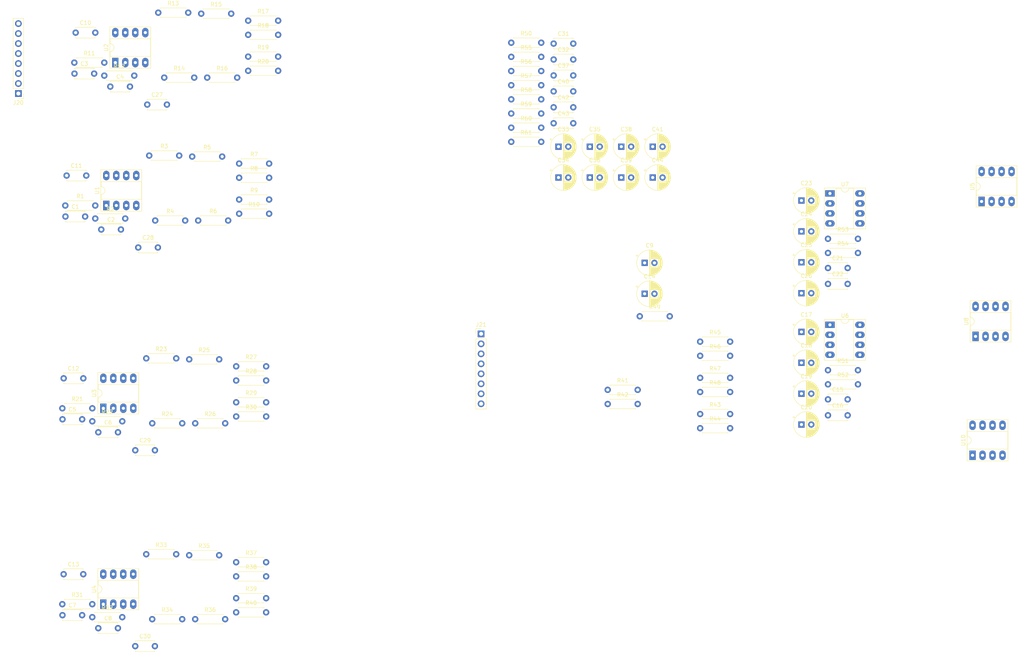
<source format=kicad_pcb>
(kicad_pcb (version 20221018) (generator pcbnew)
  (layers (0 "F.Cu" signal) (31 "B.Cu" signal) (34 "B.Paste" user) (35 "F.Paste" user) (36 "B.SilkS" user "B.Silkscreen") (37 "F.SilkS" user "F.Silkscreen") (38 "B.Mask" user) (39 "F.Mask" user) (44 "Edge.Cuts" user))
  (net 0 "")
  (net 1 "IN2")
  (net 2 "Net-(C1-Pad2)")
  (net 3 "Net-(U1--)")
  (net 4 "IN1")
  (net 5 "Net-(C3-Pad2)")
  (net 6 "Net-(U2--)")
  (net 7 "IN3")
  (net 8 "Net-(C5-Pad2)")
  (net 9 "Net-(U3--)")
  (net 10 "IN4")
  (net 11 "Net-(C7-Pad2)")
  (net 12 "Net-(U4--)")
  (net 13 "+12V")
  (net 14 "GND")
  (net 15 "-12V")
  (net 16 "E1LB")
  (net 17 "Net-(C15-Pad2)")
  (net 18 "E1RB")
  (net 19 "Net-(C16-Pad2)")
  (net 20 "Net-(C17-Pad2)")
  (net 21 "Net-(C18-Pad2)")
  (net 22 "E1SR")
  (net 23 "E1SL")
  (net 24 "E2LB")
  (net 25 "Net-(C21-Pad2)")
  (net 26 "E2RB")
  (net 27 "Net-(C22-Pad2)")
  (net 28 "Net-(C23-Pad2)")
  (net 29 "Net-(C24-Pad2)")
  (net 30 "E2SR")
  (net 31 "E2SL")
  (net 32 "LAB")
  (net 33 "HPOL")
  (net 34 "RAB")
  (net 35 "HPOR")
  (net 36 "Net-(C33-Pad2)")
  (net 37 "LLOUT")
  (net 38 "Net-(C35-Pad2)")
  (net 39 "RLOUT")
  (net 40 "Net-(U8-+)")
  (net 41 "Net-(C38-Pad2)")
  (net 42 "Net-(C39-Pad1)")
  (net 43 "HPHL")
  (net 44 "Net-(C40-Pad1)")
  (net 45 "Net-(U10-+)")
  (net 46 "Net-(C41-Pad2)")
  (net 47 "Net-(C43-Pad1)")
  (net 48 "Net-(C43-Pad2)")
  (net 49 "HPHR")
  (net 50 "C2E1")
  (net 51 "C2E2")
  (net 52 "C1E1")
  (net 53 "C1E2")
  (net 54 "C3E1")
  (net 55 "C3E2")
  (net 56 "C4E1")
  (net 57 "C4E2")
  (net 58 "E2RL")
  (net 59 "E2RR")
  (net 60 "E1RL")
  (net 61 "E1RR")
  (net 62 "SL2L")
  (net 63 "SL2R")
  (net 64 "SL1L")
  (net 65 "SL1R")
  (net 66 "Net-(R49-Pad2)")
  (net 67 "HPIL")
  (net 68 "HPIR")
  (net 91 "EFCH2")
  (net 92 "EFCH1")
  (net 93 "EFCH3")
  (net 94 "EFCH4")
  (net 95 "PAN2L")
  (net 96 "PAN2R")
  (net 97 "PAN1L")
  (net 98 "PAN1R")
  (net 99 "PAN3L")
  (net 100 "PAN3R")
  (net 101 "PAN4L")
  (net 102 "PAN4R")
  (footprint "Capacitor_THT:C_Disc_D4.7mm_W2.5mm_P5.00mm" (layer "F.Cu") (at 49.022 147.828)
    (fp_text reference "C29" (at 2.5 -2.5) (layer "F.SilkS"))
    (fp_text value "100nF")
    (pad "1" thru_hole circle (at 0 0) (size 1.6 1.6) (drill 0.8) (layers "*.Cu" "*.Mask") (net 15 "-12V"))
    (pad "2" thru_hole circle (at 5 0) (size 1.6 1.6) (drill 0.8) (layers "*.Cu" "*.Mask") (net 14 "GND"))
  )
  (footprint "Library:R_Axial_DIN0207_L6.3mm_D2.5mm_P7.62mm_Horizontal" (layer "F.Cu") (at 41.148 52.578)
    (fp_text reference "R12" (at 3.81 -2.37) (layer "F.SilkS"))
    (fp_text value "470K")
    (pad "1" thru_hole circle (at 0 0) (size 1.6 1.6) (drill 0.8) (layers "*.Cu" "*.Mask") (net 6 "Net-(U2--)"))
    (pad "2" thru_hole oval (at 7.62 0) (size 1.6 1.6) (drill 0.8) (layers "*.Cu" "*.Mask") (net 92 "EFCH1"))
  )
  (footprint "Library:R_Axial_DIN0207_L6.3mm_D2.5mm_P7.62mm_Horizontal" (layer "F.Cu") (at 51.806 174.254)
    (fp_text reference "R33" (at 3.81 -2.37) (layer "F.SilkS"))
    (fp_text value "120K")
    (pad "1" thru_hole circle (at 0 0) (size 1.6 1.6) (drill 0.8) (layers "*.Cu" "*.Mask") (net 94 "EFCH4"))
    (pad "2" thru_hole oval (at 7.62 0) (size 1.6 1.6) (drill 0.8) (layers "*.Cu" "*.Mask") (net 101 "PAN4L"))
  )
  (footprint "Capacitor_THT:C_Disc_D4.7mm_W2.5mm_P5.00mm" (layer "F.Cu") (at 31.566 77.988)
    (fp_text reference "C11" (at 2.5 -2.5) (layer "F.SilkS"))
    (fp_text value "100nF")
    (pad "1" thru_hole circle (at 0 0) (size 1.6 1.6) (drill 0.8) (layers "*.Cu" "*.Mask") (net 14 "GND"))
    (pad "2" thru_hole circle (at 5 0) (size 1.6 1.6) (drill 0.8) (layers "*.Cu" "*.Mask") (net 13 "+12V"))
  )
  (footprint "Capacitor_THT:C_Disc_D4.7mm_W2.5mm_P5.00mm" (layer "F.Cu") (at 39.624 143.256)
    (fp_text reference "C6" (at 2.5 -2.5) (layer "F.SilkS"))
    (fp_text value "10pF")
    (pad "1" thru_hole circle (at 0 0) (size 1.6 1.6) (drill 0.8) (layers "*.Cu" "*.Mask") (net 9 "Net-(U3--)"))
    (pad "2" thru_hole circle (at 5 0) (size 1.6 1.6) (drill 0.8) (layers "*.Cu" "*.Mask") (net 93 "EFCH3"))
  )
  (footprint "Library:R_Axial_DIN0207_L6.3mm_D2.5mm_P7.62mm_Horizontal" (layer "F.Cu") (at 192.624 129.413)
    (fp_text reference "R47" (at 3.81 -2.37) (layer "F.SilkS"))
    (fp_text value "150K")
    (pad "1" thru_hole circle (at 0 0) (size 1.6 1.6) (drill 0.8) (layers "*.Cu" "*.Mask") (net 64 "SL1L"))
    (pad "2" thru_hole oval (at 7.62 0) (size 1.6 1.6) (drill 0.8) (layers "*.Cu" "*.Mask") (net 32 "LAB"))
  )
  (footprint "Capacitor_THT:C_Disc_D4.7mm_W2.5mm_P5.00mm" (layer "F.Cu") (at 225.124 134.888)
    (fp_text reference "C15" (at 2.5 -2.5) (layer "F.SilkS"))
    (fp_text value "10pF")
    (pad "1" thru_hole circle (at 0 0) (size 1.6 1.6) (drill 0.8) (layers "*.Cu" "*.Mask") (net 16 "E1LB"))
    (pad "2" thru_hole circle (at 5 0) (size 1.6 1.6) (drill 0.8) (layers "*.Cu" "*.Mask") (net 17 "Net-(C15-Pad2)"))
  )
  (footprint "Package_DIP:DIP-8_W7.62mm_Socket_LongPads" (layer "F.Cu") (at 261.874 149.098 90)
    (fp_text reference "U10" (at 3.81 -2.33 90) (layer "F.SilkS"))
    (fp_text value "LM386")
    (pad "1" thru_hole rect (at 0 0 90) (size 2.4 1.6) (drill 0.8) (layers "*.Cu" "*.Mask"))
    (pad "2" thru_hole oval (at 0 2.54 90) (size 2.4 1.6) (drill 0.8) (layers "*.Cu" "*.Mask") (net 14 "GND"))
    (pad "3" thru_hole oval (at 0 5.08 90) (size 2.4 1.6) (drill 0.8) (layers "*.Cu" "*.Mask") (net 45 "Net-(U10-+)"))
    (pad "4" thru_hole oval (at 0 7.62 90) (size 2.4 1.6) (drill 0.8) (layers "*.Cu" "*.Mask") (net 14 "GND"))
    (pad "5" thru_hole oval (at 7.62 7.62 90) (size 2.4 1.6) (drill 0.8) (layers "*.Cu" "*.Mask") (net 48 "Net-(C43-Pad2)"))
    (pad "6" thru_hole oval (at 7.62 5.08 90) (size 2.4 1.6) (drill 0.8) (layers "*.Cu" "*.Mask") (net 13 "+12V"))
    (pad "7" thru_hole oval (at 7.62 2.54 90) (size 2.4 1.6) (drill 0.8) (layers "*.Cu" "*.Mask"))
    (pad "8" thru_hole oval (at 7.62 0 90) (size 2.4 1.6) (drill 0.8) (layers "*.Cu" "*.Mask"))
  )
  (footprint "Capacitor_THT:CP_Radial_D6.3mm_P2.50mm" (layer "F.Cu") (at 172.579723 78.488)
    (fp_text reference "C39" (at 1.25 -4.4) (layer "F.SilkS"))
    (fp_text value "220uF")
    (pad "1" thru_hole rect (at 0 0) (size 1.6 1.6) (drill 0.8) (layers "*.Cu" "*.Mask") (net 42 "Net-(C39-Pad1)"))
    (pad "2" thru_hole circle (at 2.5 0) (size 1.6 1.6) (drill 0.8) (layers "*.Cu" "*.Mask") (net 43 "HPHL"))
  )
  (footprint "Library:R_Axial_DIN0207_L6.3mm_D2.5mm_P7.62mm_Horizontal" (layer "F.Cu") (at 54.864 36.576)
    (fp_text reference "R13" (at 3.81 -2.37) (layer "F.SilkS"))
    (fp_text value "120K")
    (pad "1" thru_hole circle (at 0 0) (size 1.6 1.6) (drill 0.8) (layers "*.Cu" "*.Mask") (net 92 "EFCH1"))
    (pad "2" thru_hole oval (at 7.62 0) (size 1.6 1.6) (drill 0.8) (layers "*.Cu" "*.Mask") (net 97 "PAN1L"))
  )
  (footprint "Library:R_Axial_DIN0207_L6.3mm_D2.5mm_P7.62mm_Horizontal" (layer "F.Cu") (at 65.786 36.83)
    (fp_text reference "R15" (at 3.81 -2.37) (layer "F.SilkS"))
    (fp_text value "120K")
    (pad "1" thru_hole circle (at 0 0) (size 1.6 1.6) (drill 0.8) (layers "*.Cu" "*.Mask") (net 97 "PAN1L"))
    (pad "2" thru_hole oval (at 7.62 0) (size 1.6 1.6) (drill 0.8) (layers "*.Cu" "*.Mask") (net 32 "LAB"))
  )
  (footprint "Library:R_Axial_DIN0207_L6.3mm_D2.5mm_P7.62mm_Horizontal" (layer "F.Cu") (at 63.49 73.162)
    (fp_text reference "R5" (at 3.81 -2.37) (layer "F.SilkS"))
    (fp_text value "120K")
    (pad "1" thru_hole circle (at 0 0) (size 1.6 1.6) (drill 0.8) (layers "*.Cu" "*.Mask") (net 95 "PAN2L"))
    (pad "2" thru_hole oval (at 7.62 0) (size 1.6 1.6) (drill 0.8) (layers "*.Cu" "*.Mask") (net 32 "LAB"))
  )
  (footprint "Library:R_Axial_DIN0207_L6.3mm_D2.5mm_P7.62mm_Horizontal" (layer "F.Cu") (at 53.33 190.764)
    (fp_text reference "R34" (at 3.81 -2.37) (layer "F.SilkS"))
    (fp_text value "120K")
    (pad "1" thru_hole circle (at 0 0) (size 1.6 1.6) (drill 0.8) (layers "*.Cu" "*.Mask") (net 94 "EFCH4"))
    (pad "2" thru_hole oval (at 7.62 0) (size 1.6 1.6) (drill 0.8) (layers "*.Cu" "*.Mask") (net 102 "PAN4R"))
  )
  (footprint "Capacitor_THT:CP_Radial_D6.3mm_P2.50mm" (layer "F.Cu") (at 218.379241 107.888)
    (fp_text reference "C26" (at 1.25 -4.4) (layer "F.SilkS"))
    (fp_text value "47uF")
    (pad "1" thru_hole rect (at 0 0) (size 1.6 1.6) (drill 0.8) (layers "*.Cu" "*.Mask") (net 31 "E2SL"))
    (pad "2" thru_hole circle (at 2.5 0) (size 1.6 1.6) (drill 0.8) (layers "*.Cu" "*.Mask") (net 29 "Net-(C24-Pad2)"))
  )
  (footprint "Capacitor_THT:C_Disc_D4.7mm_W2.5mm_P5.00mm" (layer "F.Cu") (at 155.374 56.588)
    (fp_text reference "C40" (at 2.5 -2.5) (layer "F.SilkS"))
    (fp_text value "47nF")
    (pad "1" thru_hole circle (at 0 0) (size 1.6 1.6) (drill 0.8) (layers "*.Cu" "*.Mask") (net 44 "Net-(C40-Pad1)"))
    (pad "2" thru_hole circle (at 5 0) (size 1.6 1.6) (drill 0.8) (layers "*.Cu" "*.Mask") (net 42 "Net-(C39-Pad1)"))
  )
  (footprint "Capacitor_THT:CP_Radial_D6.3mm_P2.50mm" (layer "F.Cu") (at 218.379241 125.588)
    (fp_text reference "C18" (at 1.25 -4.4) (layer "F.SilkS"))
    (fp_text value "47uF")
    (pad "1" thru_hole rect (at 0 0) (size 1.6 1.6) (drill 0.8) (layers "*.Cu" "*.Mask") (net 17 "Net-(C15-Pad2)"))
    (pad "2" thru_hole circle (at 2.5 0) (size 1.6 1.6) (drill 0.8) (layers "*.Cu" "*.Mask") (net 21 "Net-(C18-Pad2)"))
  )
  (footprint "Library:R_Axial_DIN0207_L6.3mm_D2.5mm_P7.62mm_Horizontal" (layer "F.Cu") (at 75.428 84.084)
    (fp_text reference "R9" (at 3.81 -2.37) (layer "F.SilkS"))
    (fp_text value "20K")
    (pad "1" thru_hole circle (at 0 0) (size 1.6 1.6) (drill 0.8) (layers "*.Cu" "*.Mask") (net 51 "C2E2"))
    (pad "2" thru_hole oval (at 7.62 0) (size 1.6 1.6) (drill 0.8) (layers "*.Cu" "*.Mask") (net 24 "E2LB"))
  )
  (footprint "Library:R_Axial_DIN0207_L6.3mm_D2.5mm_P7.62mm_Horizontal" (layer "F.Cu") (at 74.666 185.43)
    (fp_text reference "R39" (at 3.81 -2.37) (layer "F.SilkS"))
    (fp_text value "20K")
    (pad "1" thru_hole circle (at 0 0) (size 1.6 1.6) (drill 0.8) (layers "*.Cu" "*.Mask") (net 57 "C4E2"))
    (pad "2" thru_hole oval (at 7.62 0) (size 1.6 1.6) (drill 0.8) (layers "*.Cu" "*.Mask") (net 24 "E2LB"))
  )
  (footprint "Library:R_Axial_DIN0207_L6.3mm_D2.5mm_P7.62mm_Horizontal" (layer "F.Cu") (at 74.666 189.03)
    (fp_text reference "R40" (at 3.81 -2.37) (layer "F.SilkS"))
    (fp_text value "20K")
    (pad "1" thru_hole circle (at 0 0) (size 1.6 1.6) (drill 0.8) (layers "*.Cu" "*.Mask") (net 57 "C4E2"))
    (pad "2" thru_hole oval (at 7.62 0) (size 1.6 1.6) (drill 0.8) (layers "*.Cu" "*.Mask") (net 26 "E2RB"))
  )
  (footprint "Capacitor_THT:CP_Radial_D6.3mm_P2.50mm" (layer "F.Cu") (at 178.509241 108.038)
    (fp_text reference "C14" (at 1.25 -4.4) (layer "F.SilkS"))
    (fp_text value "10uF")
    (pad "1" thru_hole rect (at 0 0) (size 1.6 1.6) (drill 0.8) (layers "*.Cu" "*.Mask") (net 14 "GND"))
    (pad "2" thru_hole circle (at 2.5 0) (size 1.6 1.6) (drill 0.8) (layers "*.Cu" "*.Mask") (net 15 "-12V"))
  )
  (footprint "Library:R_Axial_DIN0207_L6.3mm_D2.5mm_P7.62mm_Horizontal" (layer "F.Cu") (at 225.124 131.063)
    (fp_text reference "R52" (at 3.81 -2.37) (layer "F.SilkS"))
    (fp_text value "15K")
    (pad "1" thru_hole circle (at 0 0) (size 1.6 1.6) (drill 0.8) (layers "*.Cu" "*.Mask") (net 18 "E1RB"))
    (pad "2" thru_hole oval (at 7.62 0) (size 1.6 1.6) (drill 0.8) (layers "*.Cu" "*.Mask") (net 19 "Net-(C16-Pad2)"))
  )
  (footprint "Package_DIP:DIP-8_W7.62mm_Socket_LongPads" (layer "F.Cu") (at 41.656 85.598 90)
    (fp_text reference "U1" (at 3.81 -2.33 90) (layer "F.SilkS"))
    (fp_text value "TL071")
    (pad "1" thru_hole rect (at 0 0 90) (size 2.4 1.6) (drill 0.8) (layers "*.Cu" "*.Mask"))
    (pad "2" thru_hole oval (at 0 2.54 90) (size 2.4 1.6) (drill 0.8) (layers "*.Cu" "*.Mask") (net 3 "Net-(U1--)"))
    (pad "3" thru_hole oval (at 0 5.08 90) (size 2.4 1.6) (drill 0.8) (layers "*.Cu" "*.Mask") (net 14 "GND"))
    (pad "4" thru_hole oval (at 0 7.62 90) (size 2.4 1.6) (drill 0.8) (layers "*.Cu" "*.Mask") (net 15 "-12V"))
    (pad "5" thru_hole oval (at 7.62 7.62 90) (size 2.4 1.6) (drill 0.8) (layers "*.Cu" "*.Mask"))
    (pad "6" thru_hole oval (at 7.62 5.08 90) (size 2.4 1.6) (drill 0.8) (layers "*.Cu" "*.Mask") (net 91 "EFCH2"))
    (pad "7" thru_hole oval (at 7.62 2.54 90) (size 2.4 1.6) (drill 0.8) (layers "*.Cu" "*.Mask") (net 13 "+12V"))
    (pad "8" thru_hole oval (at 7.62 0 90) (size 2.4 1.6) (drill 0.8) (layers "*.Cu" "*.Mask"))
  )
  (footprint "Library:R_Axial_DIN0207_L6.3mm_D2.5mm_P7.62mm_Horizontal" (layer "F.Cu") (at 38.852 88.91)
    (fp_text reference "R2" (at 3.81 -2.37) (layer "F.SilkS"))
    (fp_text value "470K")
    (pad "1" thru_hole circle (at 0 0) (size 1.6 1.6) (drill 0.8) (layers "*.Cu" "*.Mask") (net 3 "Net-(U1--)"))
    (pad "2" thru_hole oval (at 7.62 0) (size 1.6 1.6) (drill 0.8) (layers "*.Cu" "*.Mask") (net 91 "EFCH2"))
  )
  (footprint "Capacitor_THT:CP_Radial_D6.3mm_P2.50mm" (layer "F.Cu") (at 156.609241 70.638)
    (fp_text reference "C33" (at 1.25 -4.4) (layer "F.SilkS"))
    (fp_text value "47uF")
    (pad "1" thru_hole rect (at 0 0) (size 1.6 1.6) (drill 0.8) (layers "*.Cu" "*.Mask") (net 33 "HPOL"))
    (pad "2" thru_hole circle (at 2.5 0) (size 1.6 1.6) (drill 0.8) (layers "*.Cu" "*.Mask") (net 36 "Net-(C33-Pad2)"))
  )
  (footprint "Package_DIP:DIP-8_W7.62mm_Socket_LongPads" (layer "F.Cu") (at 262.636 118.872 90)
    (fp_text reference "U8" (at 3.81 -2.33 90) (layer "F.SilkS"))
    (fp_text value "LM386")
    (pad "1" thru_hole rect (at 0 0 90) (size 2.4 1.6) (drill 0.8) (layers "*.Cu" "*.Mask"))
    (pad "2" thru_hole oval (at 0 2.54 90) (size 2.4 1.6) (drill 0.8) (layers "*.Cu" "*.Mask") (net 14 "GND"))
    (pad "3" thru_hole oval (at 0 5.08 90) (size 2.4 1.6) (drill 0.8) (layers "*.Cu" "*.Mask") (net 40 "Net-(U8-+)"))
    (pad "4" thru_hole oval (at 0 7.62 90) (size 2.4 1.6) (drill 0.8) (layers "*.Cu" "*.Mask") (net 14 "GND"))
    (pad "5" thru_hole oval (at 7.62 7.62 90) (size 2.4 1.6) (drill 0.8) (layers "*.Cu" "*.Mask") (net 42 "Net-(C39-Pad1)"))
    (pad "6" thru_hole oval (at 7.62 5.08 90) (size 2.4 1.6) (drill 0.8) (layers "*.Cu" "*.Mask") (net 13 "+12V"))
    (pad "7" thru_hole oval (at 7.62 2.54 90) (size 2.4 1.6) (drill 0.8) (layers "*.Cu" "*.Mask"))
    (pad "8" thru_hole oval (at 7.62 0 90) (size 2.4 1.6) (drill 0.8) (layers "*.Cu" "*.Mask"))
  )
  (footprint "Library:R_Axial_DIN0207_L6.3mm_D2.5mm_P7.62mm_Horizontal" (layer "F.Cu") (at 225.124 127.463)
    (fp_text reference "R51" (at 3.81 -2.37) (layer "F.SilkS"))
    (fp_text value "15K")
    (pad "1" thru_hole circle (at 0 0) (size 1.6 1.6) (drill 0.8) (layers "*.Cu" "*.Mask") (net 16 "E1LB"))
    (pad "2" thru_hole oval (at 7.62 0) (size 1.6 1.6) (drill 0.8) (layers "*.Cu" "*.Mask") (net 17 "Net-(C15-Pad2)"))
  )
  (footprint "Library:R_Axial_DIN0207_L6.3mm_D2.5mm_P7.62mm_Horizontal" (layer "F.Cu") (at 144.604 62.213)
    (fp_text reference "R59" (at 3.81 -2.37) (layer "F.SilkS"))
    (fp_text value "4.7K")
    (pad "1" thru_hole circle (at 0 0) (size 1.6 1.6) (drill 0.8) (layers "*.Cu" "*.Mask") (net 14 "GND"))
    (pad "2" thru_hole oval (at 7.62 0) (size 1.6 1.6) (drill 0.8) (layers "*.Cu" "*.Mask") (net 46 "Net-(C41-Pad2)"))
  )
  (footprint "Package_DIP:DIP-8_W7.62mm_Socket_LongPads" (layer "F.Cu") (at 43.952 49.266 90)
    (fp_text reference "U2" (at 3.81 -2.33 90) (layer "F.SilkS"))
    (fp_text value "TL071")
    (pad "1" thru_hole rect (at 0 0 90) (size 2.4 1.6) (drill 0.8) (layers "*.Cu" "*.Mask"))
    (pad "2" thru_hole oval (at 0 2.54 90) (size 2.4 1.6) (drill 0.8) (layers "*.Cu" "*.Mask") (net 6 "Net-(U2--)"))
    (pad "3" thru_hole oval (at 0 5.08 90) (size 2.4 1.6) (drill 0.8) (layers "*.Cu" "*.Mask") (net 14 "GND"))
    (pad "4" thru_hole oval (at 0 7.62 90) (size 2.4 1.6) (drill 0.8) (layers "*.Cu" "*.Mask") (net 15 "-12V"))
    (pad "5" thru_hole oval (at 7.62 7.62 90) (size 2.4 1.6) (drill 0.8) (layers "*.Cu" "*.Mask"))
    (pad "6" thru_hole oval (at 7.62 5.08 90) (size 2.4 1.6) (drill 0.8) (layers "*.Cu" "*.Mask") (net 92 "EFCH1"))
    (pad "7" thru_hole oval (at 7.62 2.54 90) (size 2.4 1.6) (drill 0.8) (layers "*.Cu" "*.Mask") (net 13 "+12V"))
    (pad "8" thru_hole oval (at 7.62 0 90) (size 2.4 1.6) (drill 0.8) (layers "*.Cu" "*.Mask"))
  )
  (footprint "Capacitor_THT:C_Disc_D4.7mm_W2.5mm_P5.00mm" (layer "F.Cu") (at 30.814 129.54)
    (fp_text reference "C12" (at 2.5 -2.5) (layer "F.SilkS"))
    (fp_text value "100nF")
    (pad "1" thru_hole circle (at 0 0) (size 1.6 1.6) (drill 0.8) (layers "*.Cu" "*.Mask") (net 14 "GND"))
    (pad "2" thru_hole circle (at 5 0) (size 1.6 1.6) (drill 0.8) (layers "*.Cu" "*.Mask") (net 13 "+12V"))
  )
  (footprint "Capacitor_THT:C_Disc_D4.7mm_W2.5mm_P5.00mm" (layer "F.Cu") (at 42.672 55.372)
    (fp_text reference "C4" (at 2.5 -2.5) (layer "F.SilkS"))
    (fp_text value "10pF")
    (pad "1" thru_hole circle (at 0 0) (size 1.6 1.6) (drill 0.8) (layers "*.Cu" "*.Mask") (net 6 "Net-(U2--)"))
    (pad "2" thru_hole circle (at 5 0) (size 1.6 1.6) (drill 0.8) (layers "*.Cu" "*.Mask") (net 92 "EFCH1"))
  )
  (footprint "Package_DIP:DIP-8_W7.62mm_Socket_LongPads" (layer "F.Cu") (at 40.894 186.944 90)
    (fp_text reference "U4" (at 3.81 -2.33 90) (layer "F.SilkS"))
    (fp_text value "TL071")
    (pad "1" thru_hole rect (at 0 0 90) (size 2.4 1.6) (drill 0.8) (layers "*.Cu" "*.Mask"))
    (pad "2" thru_hole oval (at 0 2.54 90) (size 2.4 1.6) (drill 0.8) (layers "*.Cu" "*.Mask") (net 12 "Net-(U4--)"))
    (pad "3" thru_hole oval (at 0 5.08 90) (size 2.4 1.6) (drill 0.8) (layers "*.Cu" "*.Mask") (net 14 "GND"))
    (pad "4" thru_hole oval (at 0 7.62 90) (size 2.4 1.6) (drill 0.8) (layers "*.Cu" "*.Mask") (net 15 "-12V"))
    (pad "5" thru_hole oval (at 7.62 7.62 90) (size 2.4 1.6) (drill 0.8) (layers "*.Cu" "*.Mask"))
    (pad "6" thru_hole oval (at 7.62 5.08 90) (size 2.4 1.6) (drill 0.8) (layers "*.Cu" "*.Mask") (net 94 "EFCH4"))
    (pad "7" thru_hole oval (at 7.62 2.54 90) (size 2.4 1.6) (drill 0.8) (layers "*.Cu" "*.Mask") (net 13 "+12V"))
    (pad "8" thru_hole oval (at 7.62 0 90) (size 2.4 1.6) (drill 0.8) (layers "*.Cu" "*.Mask"))
  )
  (footprint "Library:R_Axial_DIN0207_L6.3mm_D2.5mm_P7.62mm_Horizontal" (layer "F.Cu") (at 31.232 85.608)
    (fp_text reference "R1" (at 3.81 -2.37) (layer "F.SilkS"))
    (fp_text value "47K")
    (pad "1" thru_hole circle (at 0 0) (size 1.6 1.6) (drill 0.8) (layers "*.Cu" "*.Mask") (net 2 "Net-(C1-Pad2)"))
    (pad "2" thru_hole oval (at 7.62 0) (size 1.6 1.6) (drill 0.8) (layers "*.Cu" "*.Mask") (net 3 "Net-(U1--)"))
  )
  (footprint "Connector_PinHeader_2.54mm:PinHeader_1x08_P2.54mm_Vertical" (layer "F.Cu") (at 19.304 57.135 180)
    (fp_text reference "J20" (at 0 -2.33) (layer "F.SilkS"))
    (fp_text value "Conn_01x08")
    (pad "1" thru_hole rect (at 0 0 180) (size 1.7 1.7) (drill 1) (layers "*.Cu" "*.Mask") (net 1 "IN2"))
    (pad "2" thru_hole oval (at 0 2.54 180) (size 1.7 1.7) (drill 1) (layers "*.Cu" "*.Mask") (net 91 "EFCH2"))
    (pad "3" thru_hole oval (at 0 5.08 180) (size 1.7 1.7) (drill 1) (layers "*.Cu" "*.Mask") (net 96 "PAN2R"))
    (pad "4" thru_hole oval (at 0 7.62 180) (size 1.7 1.7) (drill 1) (layers "*.Cu" "*.Mask") (net 95 "PAN2L"))
    (pad "5" thru_hole oval (at 0 10.16 180) (size 1.7 1.7) (drill 1) (layers "*.Cu" "*.Mask") (net 4 "IN1"))
    (pad "6" thru_hole oval (at 0 12.7 180) (size 1.7 1.7) (drill 1) (layers "*.Cu" "*.Mask") (net 92 "EFCH1"))
    (pad "7" thru_hole oval (at 0 15.24 180) (size 1.7 1.7) (drill 1) (layers "*.Cu" "*.Mask") (net 98 "PAN1R"))
    (pad "8" thru_hole oval (at 0 17.78 180) (size 1.7 1.7) (drill 1) (layers "*.Cu" "*.Mask") (net 97 "PAN1L"))
  )
  (footprint "Library:R_Axial_DIN0207_L6.3mm_D2.5mm_P7.62mm_Horizontal" (layer "F.Cu") (at 74.676 126.492)
    (fp_text reference "R27" (at 3.81 -2.37) (layer "F.SilkS"))
    (fp_text value "20K")
    (pad "1" thru_hole circle (at 0 0) (size 1.6 1.6) (drill 0.8) (layers "*.Cu" "*.Mask") (net 54 "C3E1"))
    (pad "2" thru_hole oval (at 7.62 0) (size 1.6 1.6) (drill 0.8) (layers "*.Cu" "*.Mask") (net 16 "E1LB"))
  )
  (footprint "Library:R_Axial_DIN0207_L6.3mm_D2.5mm_P7.62mm_Horizontal" (layer "F.Cu") (at 54.092 89.418)
    (fp_text reference "R4" (at 3.81 -2.37) (layer "F.SilkS"))
    (fp_text value "120K")
    (pad "1" thru_hole circle (at 0 0) (size 1.6 1.6) (drill 0.8) (layers "*.Cu" "*.Mask") (net 91 "EFCH2"))
    (pad "2" thru_hole oval (at 7.62 0) (size 1.6 1.6) (drill 0.8) (layers "*.Cu" "*.Mask") (net 96 "PAN2R"))
  )
  (footprint "Library:R_Axial_DIN0207_L6.3mm_D2.5mm_P7.62mm_Horizontal" (layer "F.Cu") (at 77.724 38.608)
    (fp_text reference "R17" (at 3.81 -2.37) (layer "F.SilkS"))
    (fp_text value "20K")
    (pad "1" thru_hole circle (at 0 0) (size 1.6 1.6) (drill 0.8) (layers "*.Cu" "*.Mask") (net 52 "C1E1"))
    (pad "2" thru_hole oval (at 7.62 0) (size 1.6 1.6) (drill 0.8) (layers "*.Cu" "*.Mask") (net 16 "E1LB"))
  )
  (footprint "Capacitor_THT:C_Disc_D4.7mm_W2.5mm_P5.00mm" (layer "F.Cu") (at 225.124 138.938)
    (fp_text reference "C16" (at 2.5 -2.5) (layer "F.SilkS"))
    (fp_text value "10pF")
    (pad "1" thru_hole circle (at 0 0) (size 1.6 1.6) (drill 0.8) (layers "*.Cu" "*.Mask") (net 18 "E1RB"))
    (pad "2" thru_hole circle (at 5 0) (size 1.6 1.6) (drill 0.8) (layers "*.Cu" "*.Mask") (net 19 "Net-(C16-Pad2)"))
  )
  (footprint "Capacitor_THT:C_Disc_D4.7mm_W2.5mm_P5.00mm" (layer "F.Cu") (at 39.614 193.05)
    (fp_text reference "C8" (at 2.5 -2.5) (layer "F.SilkS"))
    (fp_text value "10pF")
    (pad "1" thru_hole circle (at 0 0) (size 1.6 1.6) (drill 0.8) (layers "*.Cu" "*.Mask") (net 12 "Net-(U4--)"))
    (pad "2" thru_hole circle (at 5 0) (size 1.6 1.6) (drill 0.8) (layers "*.Cu" "*.Mask") (net 94 "EFCH4"))
  )
  (footprint "Capacitor_THT:C_Disc_D4.7mm_W2.5mm_P5.00mm" (layer "F.Cu") (at 49.012 197.622)
    (fp_text reference "C30" (at 2.5 -2.5) (layer "F.SilkS"))
    (fp_text value "100nF")
    (pad "1" thru_hole circle (at 0 0) (size 1.6 1.6) (drill 0.8) (layers "*.Cu" "*.Mask") (net 15 "-12V"))
    (pad "2" thru_hole circle (at 5 0) (size 1.6 1.6) (drill 0.8) (layers "*.Cu" "*.Mask") (net 14 "GND"))
  )
  (footprint "Package_DIP:DIP-8_W7.62mm_Socket_LongPads" (layer "F.Cu") (at 225.624 115.938)
    (fp_text reference "U6" (at 3.81 -2.33) (layer "F.SilkS"))
    (fp_text value "TL072")
    (pad "1" thru_hole rect (at 0 0) (size 2.4 1.6) (drill 0.8) (layers "*.Cu" "*.Mask") (net 17 "Net-(C15-Pad2)"))
    (pad "2" thru_hole oval (at 0 2.54) (size 2.4 1.6) (drill 0.8) (layers "*.Cu" "*.Mask") (net 16 "E1LB"))
    (pad "3" thru_hole oval (at 0 5.08) (size 2.4 1.6) (drill 0.8) (layers "*.Cu" "*.Mask") (net 14 "GND"))
    (pad "4" thru_hole oval (at 0 7.62) (size 2.4 1.6) (drill 0.8) (layers "*.Cu" "*.Mask"))
    (pad "5" thru_hole oval (at 7.62 7.62) (size 2.4 1.6) (drill 0.8) (layers "*.Cu" "*.Mask") (net 14 "GND"))
    (pad "6" thru_hole oval (at 7.62 5.08) (size 2.4 1.6) (drill 0.8) (layers "*.Cu" "*.Mask") (net 18 "E1RB"))
    (pad "7" thru_hole oval (at 7.62 2.54) (size 2.4 1.6) (drill 0.8) (layers "*.Cu" "*.Mask") (net 19 "Net-(C16-Pad2)"))
    (pad "8" thru_hole oval (at 7.62 0) (size 2.4 1.6) (drill 0.8) (layers "*.Cu" "*.Mask"))
  )
  (footprint "Capacitor_THT:C_Disc_D4.7mm_W2.5mm_P5.00mm" (layer "F.Cu") (at 49.774 96.276)
    (fp_text reference "C28" (at 2.5 -2.5) (layer "F.SilkS"))
    (fp_text value "100nF")
    (pad "1" thru_hole circle (at 0 0) (size 1.6 1.6) (drill 0.8) (layers "*.Cu" "*.Mask") (net 15 "-12V"))
    (pad "2" thru_hole circle (at 5 0) (size 1.6 1.6) (drill 0.8) (layers "*.Cu" "*.Mask") (net 14 "GND"))
  )
  (footprint "Capacitor_THT:CP_Radial_D6.3mm_P2.50mm" (layer "F.Cu") (at 164.594482 78.488)
    (fp_text reference "C36" (at 1.25 -4.4) (layer "F.SilkS"))
    (fp_text value "47uF")
    (pad "1" thru_hole rect (at 0 0) (size 1.6 1.6) (drill 0.8) (layers "*.Cu" "*.Mask") (net 39 "RLOUT"))
    (pad "2" thru_hole circle (at 2.5 0) (size 1.6 1.6) (drill 0.8) (layers "*.Cu" "*.Mask") (net 38 "Net-(C35-Pad2)"))
  )
  (footprint "Capacitor_THT:C_Disc_D4.7mm_W2.5mm_P5.00mm" (layer "F.Cu") (at 31.272 88.402)
    (fp_text reference "C1" (at 2.5 -2.5) (layer "F.SilkS"))
    (fp_text value "100nF")
    (pad "1" thru_hole circle (at 0 0) (size 1.6 1.6) (drill 0.8) (layers "*.Cu" "*.Mask") (net 1 "IN2"))
    (pad "2" thru_hole circle (at 5 0) (size 1.6 1.6) (drill 0.8) (layers "*.Cu" "*.Mask") (net 2 "Net-(C1-Pad2)"))
  )
  (footprint "Capacitor_THT:C_Disc_D4.7mm_W2.5mm_P5.00mm" (layer "F.Cu") (at 40.376 91.704)
    (fp_text reference "C2" (at 2.5 -2.5) (layer "F.SilkS"))
    (fp_text value "10pF")
    (pad "1" thru_hole circle (at 0 0) (size 1.6 1.6) (drill 0.8) (layers "*.Cu" "*.Mask") (net 3 "Net-(U1--)"))
    (pad "2" thru_hole circle (at 5 0) (size 1.6 1.6) (drill 0.8) (layers "*.Cu" "*.Mask") (net 91 "EFCH2"))
  )
  (footprint "Library:R_Axial_DIN0207_L6.3mm_D2.5mm_P7.62mm_Horizontal" (layer "F.Cu") (at 56.388 53.086)
    (fp_text reference "R14" (at 3.81 -2.37) (layer "F.SilkS"))
    (fp_text value "120K")
    (pad "1" thru_hole circle (at 0 0) (size 1.6 1.6) (drill 0.8) (layers "*.Cu" "*.Mask") (net 92 "EFCH1"))
    (pad "2" thru_hole oval (at 7.62 0) (size 1.6 1.6) (drill 0.8) (layers "*.Cu" "*.Mask") (net 98 "PAN1R"))
  )
  (footprint "Library:R_Axial_DIN0207_L6.3mm_D2.5mm_P7.62mm_Horizontal" (layer "F.Cu") (at 64.252 190.764)
    (fp_text reference "R36" (at 3.81 -2.37) (layer "F.SilkS"))
    (fp_text value "120K")
    (pad "1" thru_hole circle (at 0 0) (size 1.6 1.6) (drill 0.8) (layers "*.Cu" "*.Mask") (net 102 "PAN4R"))
    (pad "2" thru_hole oval (at 7.62 0) (size 1.6 1.6) (drill 0.8) (layers "*.Cu" "*.Mask") (net 34 "RAB"))
  )
  (footprint "Capacitor_THT:CP_Radial_D6.3mm_P2.50mm" (layer "F.Cu") (at 180.564964 78.488)
    (fp_text reference "C44" (at 1.25 -4.4) (layer "F.SilkS"))
    (fp_text value "220uF")
    (pad "1" thru_hole rect (at 0 0) (size 1.6 1.6) (drill 0.8) (layers "*.Cu" "*.Mask") (net 48 "Net-(C43-Pad2)"))
    (pad "2" thru_hole circle (at 2.5 0) (size 1.6 1.6) (drill 0.8) (layers "*.Cu" "*.Mask") (net 49 "HPHR"))
  )
  (footprint "Capacitor_THT:C_Disc_D4.7mm_W2.5mm_P5.00mm" (layer "F.Cu") (at 52.07 59.944)
    (fp_text reference "C27" (at 2.5 -2.5) (layer "F.SilkS"))
    (fp_text value "100nF")
    (pad "1" thru_hole circle (at 0 0) (size 1.6 1.6) (drill 0.8) (layers "*.Cu" "*.Mask") (net 15 "-12V"))
    (pad "2" thru_hole circle (at 5 0) (size 1.6 1.6) (drill 0.8) (layers "*.Cu" "*.Mask") (net 14 "GND"))
  )
  (footprint "Library:R_Axial_DIN0207_L6.3mm_D2.5mm_P7.62mm_Horizontal" (layer "F.Cu") (at 64.262 140.97)
    (fp_text reference "R26" (at 3.81 -2.37) (layer "F.SilkS"))
    (fp_text value "120K")
    (pad "1" thru_hole circle (at 0 0) (size 1.6 1.6) (drill 0.8) (layers "*.Cu" "*.Mask") (net 100 "PAN3R"))
    (pad "2" thru_hole oval (at 7.62 0) (size 1.6 1.6) (drill 0.8) (layers "*.Cu" "*.Mask") (net 34 "RAB"))
  )
  (footprint "Library:R_Axial_DIN0207_L6.3mm_D2.5mm_P7.62mm_Horizontal" (layer "F.Cu") (at 30.48 137.16)
    (fp_text reference "R21" (at 3.81 -2.37) (layer "F.SilkS"))
    (fp_text value "47K")
    (pad "1" thru_hole circle (at 0 0) (size 1.6 1.6) (drill 0.8) (layers "*.Cu" "*.Mask") (net 8 "Net-(C5-Pad2)"))
    (pad "2" thru_hole oval (at 7.62 0) (size 1.6 1.6) (drill 0.8) (layers "*.Cu" "*.Mask") (net 9 "Net-(U3--)"))
  )
  (footprint "Capacitor_THT:CP_Radial_D6.3mm_P2.50mm" (layer "F.Cu") (at 218.379241 117.738)
    (fp_text reference "C17" (at 1.25 -4.4) (layer "F.SilkS"))
    (fp_text value "47uF")
    (pad "1" thru_hole rect (at 0 0) (size 1.6 1.6) (drill 0.8) (layers "*.Cu" "*.Mask") (net 19 "Net-(C16-Pad2)"))
    (pad "2" thru_hole circle (at 2.5 0) (size 1.6 1.6) (drill 0.8) (layers "*.Cu" "*.Mask") (net 20 "Net-(C17-Pad2)"))
  )
  (footprint "Capacitor_THT:CP_Radial_D6.3mm_P2.50mm" (layer "F.Cu") (at 218.379241 141.288)
    (fp_text reference "C20" (at 1.25 -4.4) (layer "F.SilkS"))
    (fp_text value "47uF")
    (pad "1" thru_hole rect (at 0 0) (size 1.6 1.6) (drill 0.8) (layers "*.Cu" "*.Mask") (net 23 "E1SL"))
    (pad "2" thru_hole circle (at 2.5 0) (size 1.6 1.6) (drill 0.8) (layers "*.Cu" "*.Mask") (net 21 "Net-(C18-Pad2)"))
  )
  (footprint "Capacitor_THT:CP_Radial_D6.3mm_P2.50mm" (layer "F.Cu") (at 178.509241 100.188)
    (fp_text reference "C9" (at 1.25 -4.4) (layer "F.SilkS"))
    (fp_text value "10uF")
    (pad "1" thru_hole rect (at 0 0) (size 1.6 1.6) (drill 0.8) (layers "*.Cu" "*.Mask") (net 13 "+12V"))
    (pad "2" thru_hole circle (at 2.5 0) (size 1.6 1.6) (drill 0.8) (layers "*.Cu" "*.Mask") (net 14 "GND"))
  )
  (footprint "Library:R_Axial_DIN0207_L6.3mm_D2.5mm_P7.62mm_Horizontal" (layer "F.Cu") (at 38.1 140.462)
    (fp_text reference "R22" (at 3.81 -2.37) (layer "F.SilkS"))
    (fp_text value "470K")
    (pad "1" thru_hole circle (at 0 0) (size 1.6 1.6) (drill 0.8) (layers "*.Cu" "*.Mask") (net 9 "Net-(U3--)"))
    (pad "2" thru_hole oval (at 7.62 0) (size 1.6 1.6) (drill 0.8) (layers "*.Cu" "*.Mask") (net 93 "EFCH3"))
  )
  (footprint "Library:R_Axial_DIN0207_L6.3mm_D2.5mm_P7.62mm_Horizontal" (layer "F.Cu") (at 144.604 47.813)
    (fp_text reference "R55" (at 3.81 -2.37) (layer "F.SilkS"))
    (fp_text value "300K")
    (pad "1" thru_hole circle (at 0 0) (size 1.6 1.6) (drill 0.8) (layers "*.Cu" "*.Mask") (net 34 "RAB"))
    (pad "2" thru_hole oval (at 7.62 0) (size 1.6 1.6) (drill 0.8) (layers "*.Cu" "*.Mask") (net 35 "HPOR"))
  )
  (footprint "Capacitor_THT:CP_Radial_D6.3mm_P2.50mm" (layer "F.Cu") (at 164.594482 70.638)
    (fp_text reference "C35" (at 1.25 -4.4) (layer "F.SilkS"))
    (fp_text value "47uF")
    (pad "1" thru_hole rect (at 0 0) (size 1.6 1.6) (drill 0.8) (layers "*.Cu" "*.Mask") (net 35 "HPOR"))
    (pad "2" thru_hole circle (at 2.5 0) (size 1.6 1.6) (drill 0.8) (layers "*.Cu" "*.Mask") (net 38 "Net-(C35-Pad2)"))
  )
  (footprint "Library:R_Axial_DIN0207_L6.3mm_D2.5mm_P7.62mm_Horizontal" (layer "F.Cu") (at 53.34 140.97)
    (fp_text reference "R24" (at 3.81 -2.37) (layer "F.SilkS"))
    (fp_text value "120K")
    (pad "1" thru_hole circle (at 0 0) (size 1.6 1.6) (drill 0.8) (layers "*.Cu" "*.Mask") (net 93 "EFCH3"))
    (pad "2" thru_hole oval (at 7.62 0) (size 1.6 1.6) (drill 0.8) (layers "*.Cu" "*.Mask") (net 100 "PAN3R"))
  )
  (footprint "Library:R_Axial_DIN0207_L6.3mm_D2.5mm_P7.62mm_Horizontal" (layer "F.Cu") (at 51.816 124.46)
    (fp_text reference "R23" (at 3.81 -2.37) (layer "F.SilkS"))
    (fp_text value "120K")
    (pad "1" thru_hole circle (at 0 0) (size 1.6 1.6) (drill 0.8) (layers "*.Cu" "*.Mask") (net 93 "EFCH3"))
    (pad "2" thru_hole oval (at 7.62 0) (size 1.6 1.6) (drill 0.8) (layers "*.Cu" "*.Mask") (net 99 "PAN3L"))
  )
  (footprint "Library:R_Axial_DIN0207_L6.3mm_D2.5mm_P7.62mm_Horizontal" (layer "F.Cu") (at 225.124 97.663)
    (fp_text reference "R54" (at 3.81 -2.37) (layer "F.SilkS"))
    (fp_text value "15K")
    (pad "1" thru_hole circle (at 0 0) (size 1.6 1.6) (drill 0.8) (layers "*.Cu" "*.Mask") (net 26 "E2RB"))
    (pad "2" thru_hole oval (at 7.62 0) (size 1.6 1.6) (drill 0.8) (layers "*.Cu" "*.Mask") (net 27 "Net-(C22-Pad2)"))
  )
  (footprint "Capacitor_THT:C_Disc_D4.7mm_W2.5mm_P5.00mm" (layer "F.Cu") (at 155.374 48.488)
    (fp_text reference "C32" (at 2.5 -2.5) (layer "F.SilkS"))
    (fp_text value "10pF")
    (pad "1" thru_hole circle (at 0 0) (size 1.6 1.6) (drill 0.8) (layers "*.Cu" "*.Mask") (net 34 "RAB"))
    (pad "2" thru_hole circle (at 5 0) (size 1.6 1.6) (drill 0.8) (layers "*.Cu" "*.Mask") (net 35 "HPOR"))
  )
  (footprint "Capacitor_THT:C_Disc_D4.7mm_W2.5mm_P5.00mm" (layer "F.Cu") (at 30.51 189.748)
    (fp_text reference "C7" (at 2.5 -2.5) (layer "F.SilkS"))
    (fp_text value "100nF")
    (pad "1" thru_hole circle (at 0 0) (size 1.6 1.6) (drill 0.8) (layers "*.Cu" "*.Mask") (net 10 "IN4"))
    (pad "2" thru_hole circle (at 5 0) (size 1.6 1.6) (drill 0.8) (layers "*.Cu" "*.Mask") (net 11 "Net-(C7-Pad2)"))
  )
  (footprint "Library:R_Axial_DIN0207_L6.3mm_D2.5mm_P7.62mm_Horizontal" (layer "F.Cu") (at 144.604 65.813)
    (fp_text reference "R60" (at 3.81 -2.37) (layer "F.SilkS"))
    (fp_text value "10R")
    (pad "1" thru_hole circle (at 0 0) (size 1.6 1.6) (drill 0.8) (layers "*.Cu" "*.Mask") (net 44 "Net-(C40-Pad1)"))
    (pad "2" thru_hole oval (at 7.62 0) (size 1.6 1.6) (drill 0.8) (layers "*.Cu" "*.Mask") (net 14 "GND"))
  )
  (footprint "Capacitor_THT:C_Disc_D4.7mm_W2.5mm_P5.00mm" (layer "F.Cu") (at 225.124 105.538)
    (fp_text reference "C22" (at 2.5 -2.5) (layer "F.SilkS"))
    (fp_text value "10pF")
    (pad "1" thru_hole circle (at 0 0) (size 1.6 1.6) (drill 0.8) (layers "*.Cu" "*.Mask") (net 26 "E2RB"))
    (pad "2" thru_hole circle (at 5 0) (size 1.6 1.6) (drill 0.8) (layers "*.Cu" "*.Mask") (net 27 "Net-(C22-Pad2)"))
  )
  (footprint "Capacitor_THT:CP_Radial_D6.3mm_P2.50mm" (layer "F.Cu") (at 180.564964 70.638)
    (fp_text reference "C41" (at 1.25 -4.4) (layer "F.SilkS"))
    (fp_text value "1uF")
    (pad "1" thru_hole rect (at 0 0) (size 1.6 1.6) (drill 0.8) (layers "*.Cu" "*.Mask") (net 45 "Net-(U10-+)"))
    (pad "2" thru_hole circle (at 2.5 0) (size 1.6 1.6) (drill 0.8) (layers "*.Cu" "*.Mask") (net 46 "Net-(C41-Pad2)"))
  )
  (footprint "Library:R_Axial_DIN0207_L6.3mm_D2.5mm_P7.62mm_Horizontal" (layer "F.Cu") (at 144.604 51.413)
    (fp_text reference "R56" (at 3.81 -2.37) (layer "F.SilkS"))
    (fp_text value "100K")
    (pad "1" thru_hole circle (at 0 0) (size 1.6 1.6) (drill 0.8) (layers "*.Cu" "*.Mask") (net 67 "HPIL"))
    (pad "2" thru_hole oval (at 7.62 0) (size 1.6 1.6) (drill 0.8) (layers "*.Cu" "*.Mask") (net 41 "Net-(C38-Pad2)"))
  )
  (footprint "Library:R_Axial_DIN0207_L6.3mm_D2.5mm_P7.62mm_Horizontal" (layer "F.Cu") (at 192.624 133.013)
    (fp_text reference "R48" (at 3.81 -2.37) (layer "F.SilkS"))
    (fp_text value "150K")
    (pad "1" thru_hole circle (at 0 0) (size 1.6 1.6) (drill 0.8) (layers "*.Cu" "*.Mask") (net 65 "SL1R"))
    (pad "2" thru_hole oval (at 7.62 0) (size 1.6 1.6) (drill 0.8) (layers "*.Cu" "*.Mask") (net 34 "RAB"))
  )
  (footprint "Package_DIP:DIP-8_W7.62mm_Socket_LongPads" (layer "F.Cu") (at 264.17 84.572 90)
    (fp_text reference "U5" (at 3.81 -2.33 90) (layer "F.SilkS"))
    (fp_text value "TL072")
    (pad "1" thru_hole rect (at 0 0 90) (size 2.4 1.6) (drill 0.8) (layers "*.Cu" "*.Mask") (net 33 "HPOL"))
    (pad "2" thru_hole oval (at 0 2.54 90) (size 2.4 1.6) (drill 0.8) (layers "*.Cu" "*.Mask") (net 32 "LAB"))
    (pad "3" thru_hole oval (at 0 5.08 90) (size 2.4 1.6) (drill 0.8) (layers "*.Cu" "*.Mask") (net 14 "GND"))
    (pad "4" thru_hole oval (at 0 7.62 90) (size 2.4 1.6) (drill 0.8) (layers "*.Cu" "*.Mask") (net 15 "-12V"))
    (pad "5" thru_hole oval (at 7.62 7.62 90) (size 2.4 1.6) (drill 0.8) (layers "*.Cu" "*.Mask") (net 14 "GND"))
    (pad "6" thru_hole oval (at 7.62 5.08 90) (size 2.4 1.6) (drill 0.8) (layers "*.Cu" "*.Mask") (net 34 "RAB"))
    (pad "7" thru_hole oval (at 7.62 2.54 90) (size 2.4 1.6) (drill 0.8) (layers "*.Cu" "*.Mask") (net 35 "HPOR"))
    (pad "8" thru_hole oval (at 7.62 0 90) (size 2.4 1.6) (drill 0.8) (layers "*.Cu" "*.Mask") (net 13 "+12V"))
  )
  (footprint "Library:R_Axial_DIN0207_L6.3mm_D2.5mm_P7.62mm_Horizontal" (layer "F.Cu") (at 74.676 139.236)
    (fp_text reference "R30" (at 3.81 -2.37) (layer "F.SilkS"))
    (fp_text value "20K")
    (pad "1" thru_hole circle (at 0 0) (size 1.6 1.6) (drill 0.8) (layers "*.Cu" "*.Mask") (net 55 "C3E2"))
    (pad "2" thru_hole oval (at 7.62 0) (size 1.6 1.6) (drill 0.8) (layers "*.Cu" "*.Mask") (net 26 "E2RB"))
  )
  (footprint "Library:R_Axial_DIN0207_L6.3mm_D2.5mm_P7.62mm_Horizontal" (layer "F.Cu") (at 77.724 51.352)
    (fp_text reference "R20" (at 3.81 -2.37) (layer "F.SilkS"))
    (fp_text value "20K")
    (pad "1" thru_hole circle (at 0 0) (size 1.6 1.6) (drill 0.8) (layers "*.Cu" "*.Mask") (net 53 "C1E2"))
    (pad "2" thru_hole oval (at 7.62 0) (size 1.6 1.6) (drill 0.8) (layers "*.Cu" "*.Mask") (net 26 "E2RB"))
  )
  (footprint "Library:R_Axial_DIN0207_L6.3mm_D2.5mm_P7.62mm_Horizontal" (layer "F.Cu") (at 192.624 120.213)
    (fp_text reference "R45" (at 3.81 -2.37) (layer "F.SilkS"))
    (fp_text value "150K")
    (pad "1" thru_hole circle (at 0 0) (size 1.6 1.6) (drill 0.8) (layers "*.Cu" "*.Mask") (net 62 "SL2L"))
    (pad "2" thru_hole oval (at 7.62 0) (size 1.6 1.6) (drill 0.8) (layers "*.Cu" "*.Mask") (net 32 "LAB"))
  )
  (footprint "Capacitor_THT:CP_Radial_D6.3mm_P2.50mm" (layer "F.Cu") (at 218.379241 133.438)
    (fp_text reference "C19" (at 1.25 -4.4) (layer "F.SilkS"))
    (fp_text value "47uF")
    (pad "1" thru_hole rect (at 0 0) (size 1.6 1.6) (drill 0.8) (layers "*.Cu" "*.Mask") (net 22 "E1SR"))
    (pad "2" thru_hole circle (at 2.5 0) (size 1.6 1.6) (drill 0.8) (layers "*.Cu" "*.Mask") (net 20 "Net-(C17-Pad2)"))
  )
  (footprint "Library:R_Axial_DIN0207_L6.3mm_D2.5mm_P7.62mm_Horizontal" (layer "F.Cu") (at 169.124 136.063)
    (fp_text reference "R42" (at 3.81 -2.37) (layer "F.SilkS"))
    (fp_text value "150K")
    (pad "1" thru_hole circle (at 0 0) (size 1.6 1.6) (drill 0.8) (layers "*.Cu" "*.Mask") (net 59 "E2RR"))
    (pad "2" thru_hole oval (at 7.62 0) (size 1.6 1.6) (drill 0.8) (layers "*.Cu" "*.Mask") (net 34 "RAB"))
  )
  (footprint "Library:R_Axial_DIN0207_L6.3mm_D2.5mm_P7.62mm_Horizontal" (layer "F.Cu") (at 192.624 123.813)
    (fp_text reference "R46" (at 3.81 -2.37) (layer "F.SilkS"))
    (fp_text value "150K")
    (pad "1" thru_hole circle (at 0 0) (size 1.6 1.6) (drill 0.8) (layers "*.Cu" "*.Mask") (net 63 "SL2R"))
    (pad "2" thru_hole oval (at 7.62 0) (size 1.6 1.6) (drill 0.8) (layers "*.Cu" "*.Mask") (net 34 "RAB"))
  )
  (footprint "Capacitor_THT:C_Disc_D4.7mm_W2.5mm_P5.00mm" (layer "F.Cu") (at 33.568 52.07)
    (fp_text reference "C3" (at 2.5 -2.5) (layer "F.SilkS"))
    (fp_text value "100nF")
    (pad "1" thru_hole circle (at 0 0) (size 1.6 1.6) (drill 0.8) (layers "*.Cu" "*.Mask") (net 4 "IN1"))
    (pad "2" thru_hole circle (at 5 0) (size 1.6 1.6) (drill 0.8) (layers "*.Cu" "*.Mask") (net 5 "Net-(C3-Pad2)"))
  )
  (footprint "Library:R_Axial_DIN0207_L6.3mm_D2.5mm_P7.62mm_Horizontal" (layer "F.Cu") (at 75.428 78.54)
    (fp_text reference "R8" (at 3.81 -2.37) (layer "F.SilkS"))
    (fp_text value "20K")
    (pad "1" thru_hole circle (at 0 0) (size 1.6 1.6) (drill 0.8) (layers "*.Cu" "*.Mask") (net 50 "C2E1"))
    (pad "2" thru_hole oval (at 7.62 0) (size 1.6 1.6) (drill 0.8) (layers "*.Cu" "*.Mask") (net 18 "E1RB"))
  )
  (footprint "Capacitor_THT:C_Disc_D4.7mm_W2.5mm_P5.00mm" (layer "F.Cu") (at 155.374 60.638)
    (fp_text reference "C42" (at 2.5 -2.5) (layer "F.SilkS"))
    (fp_text value "100nF")
    (pad "1" thru_hole circle (at 0 0) (size 1.6 1.6) (drill 0.8) (layers "*.Cu" "*.Mask") (net 14 "GND"))
    (pad "2" thru_hole circle (at 5 0) (size 1.6 1.6) (drill 0.8) (layers "*.Cu" "*.Mask") (net 13 "+12V"))
  )
  (footprint "Capacitor_THT:CP_Radial_D6.3mm_P2.50mm" (layer "F.Cu") (at 218.379241 92.188)
    (fp_text reference "C24" (at 1.25 -4.4) (layer "F.SilkS"))
    (fp_text value "47uF")
    (pad "1" thru_hole rect (at 0 0) (size 1.6 1.6) (drill 0.8) (layers "*.Cu" "*.Mask") (net 25 "Net-(C21-Pad2)"))
    (pad "2" thru_hole circle (at 2.5 0) (size 1.6 1.6) (drill 0.8) (layers "*.Cu" "*.Mask") (net 29 "Net-(C24-Pad2)"))
  )
  (footprint "Library:R_Axial_DIN0207_L6.3mm_D2.5mm_P7.62mm_Horizontal" (layer "F.Cu") (at 74.666 176.286)
    (fp_text reference "R37" (at 3.81 -2.37) (layer "F.SilkS"))
    (fp_text value "20K")
    (pad "1" thru_hole circle (at 0 0) (size 1.6 1.6) (drill 0.8) (layers "*.Cu" "*.Mask") (net 56 "C4E1"))
    (pad "2" thru_hole oval (at 7.62 0) (size 1.6 1.6) (drill 0.8) (layers "*.Cu" "*.Mask") (net 16 "E1LB"))
  )
  (footprint "Connector_PinHeader_2.54mm:PinHeader_1x08_P2.54mm_Vertical" (layer "F.Cu") (at 136.938 118.23)
    (fp_text reference "J21" (at 0 -2.33) (layer "F.SilkS"))
    (fp_text value "Conn_01x08")
    (pad "1" thru_hole rect (at 0 0) (size 1.7 1.7) (drill 1) (layers "*.Cu" "*.Mask") (net 10 "IN4"))
    (pad "2" thru_hole oval (at 0 2.54) (size 1.7 1.7) (drill 1) (layers "*.Cu" "*.Mask") (net 94 "EFCH4"))
    (pad "3" thru_hole oval (at 0 5.08) (size 1.7 1.7) (drill 1) (layers "*.Cu" "*.Mask") (net 102 "PAN4R"))
    (pad "4" thru_hole oval (at 0 7.62) (size 1.7 1.7) (drill 1) (layers "*.Cu" "*.Mask") (net 101 "PAN4L"))
    (pad "5" thru_hole oval (at 0 10.16) (size 1.7 1.7) (drill 1) (layers "*.Cu" "*.Mask") (net 7 "IN3"))
    (pad "6" thru_hole oval (at 0 12.7) (size 1.7 1.7) (drill 1) (layers "*.Cu" "*.Mask") (net 93 "EFCH3"))
    (pad "7" thru_hole oval (at 0 15.24) (size 1.7 1.7) (drill 1) (layers "*.Cu" "*.Mask") (net 100 "PAN3R"))
    (pad "8" thru_hole oval (at 0 17.78) (size 1.7 1.7) (drill 1) (layers "*.Cu" "*.Mask") (net 99 "PAN3L"))
  )
  (footprint "Capacitor_THT:CP_Radial_D6.3mm_P2.50mm" (layer "F.Cu") (at 218.379241 84.338)
    (fp_text reference "C23" (at 1.25 -4.4) (layer "F.SilkS"))
    (fp_text value "47uF")
    (pad "1" thru_hole rect (at 0 0) (size 1.6 1.6) (drill 0.8) (layers "*.Cu" "*.Mask") (net 27 "Net-(C22-Pad2)"))
    (pad "2" thru_hole circle (at 2.5 0) (size 1.6 1.6) (drill 0.8) (layers "*.Cu" "*.Mask") (net 28 "Net-(C23-Pad2)"))
  )
  (footprint "Library:R_Axial_DIN0207_L6.3mm_D2.5mm_P7.62mm_Horizontal" (layer "F.Cu") (at 33.528 49.276)
    (fp_text reference "R11" (at 3.81 -2.37) (layer "F.SilkS"))
    (fp_text value "47K")
    (pad "1" thru_hole circle (at 0 0) (size 1.6 1.6) (drill 0.8) (layers "*.Cu" "*.Mask") (net 5 "Net-(C3-Pad2)"))
    (pad "2" thru_hole oval (at 7.62 0) (size 1.6 1.6) (drill 0.8) (layers "*.Cu" "*.Mask") (net 6 "Net-(U2--)"))
  )
  (footprint "Library:R_Axial_DIN0207_L6.3mm_D2.5mm_P7.62mm_Horizontal" (layer "F.Cu") (at 74.676 135.636)
    (fp_text reference "R29" (at 3.81 -2.37) (layer "F.SilkS"))
    (fp_text value "20K")
    (pad "1" thru_hole circle (at 0 0) (size 1.6 1.6) (drill 0.8) (layers "*.Cu" "*.Mask") (net 55 "C3E2"))
    (pad "2" thru_hole oval (at 7.62 0) (size 1.6 1.6) (drill 0.8) (layers "*.Cu" "*.Mask") (net 24 "E2LB"))
  )
  (footprint "Library:R_Axial_DIN0207_L6.3mm_D2.5mm_P7.62mm_Horizontal" (layer "F.Cu") (at 62.728 174.508)
    (fp_text reference "R35" (at 3.81 -2.37) (layer "F.SilkS"))
    (fp_text value "120K")
    (pad "1" thru_hole circle (at 0 0) (size 1.6 1.6) (drill 0.8) (layers "*.Cu" "*.Mask") (net 101 "PAN4L"))
    (pad "2" thru_hole oval (at 7.62 0) (size 1.6 1.6) (drill 0.8) (layers "*.Cu" "*.Mask") (net 32 "LAB"))
  )
  (footprint "Library:R_Axial_DIN0207_L6.3mm_D2.5mm_P7.62mm_Horizontal" (layer "F.Cu") (at 77.724 47.752)
    (fp_text reference "R19" (at 3.81 -2.37) (layer "F.SilkS"))
    (fp_text value "20K")
    (pad "1" thru_hole circle (at 0 0) (size 1.6 1.6) (drill 0.8) (layers "*.Cu" "*.Mask") (net 53 "C1E2"))
    (pad "2" thru_hole oval (at 7.62 0) (size 1.6 1.6) (drill 0.8) (layers "*.Cu" "*.Mask") (net 24 "E2LB"))
  )
  (footprint "Capacitor_THT:C_Disc_D4.7mm_W2.5mm_P5.00mm" (layer "F.Cu") (at 33.862 41.656)
    (fp_text reference "C10" (at 2.5 -2.5) (layer "F.SilkS"))
    (fp_text value "100nF")
    (pad "1" thru_hole circle (at 0 0) (size 1.6 1.6) (drill 0.8) (layers "*.Cu" "*.Mask") (net 14 "GND"))
    (pad "2" thru_hole circle (at 5 0) (size 1.6 1.6) (drill 0.8) (layers "*.Cu" "*.Mask") (net 13 "+12V"))
  )
  (footprint "Library:R_Axial_DIN0207_L6.3mm_D2.5mm_P7.62mm_Horizontal" (layer "F.Cu") (at 144.604 58.613)
    (fp_text reference "R58" (at 3.81 -2.37) (layer "F.SilkS"))
    (fp_text value "100K")
    (pad "1" thru_hole circle (at 0 0) (size 1.6 1.6) (drill 0.8) (layers "*.Cu" "*.Mask") (net 68 "HPIR"))
    (pad "2" thru_hole oval (at 7.62 0) (size 1.6 1.6) (drill 0.8) (layers "*.Cu" "*.Mask") (net 46 "Net-(C41-Pad2)"))
  )
  (footprint "Library:R_Axial_DIN0207_L6.3mm_D2.5mm_P7.62mm_Horizontal" (layer "F.Cu") (at 74.666 179.886)
    (fp_text reference "R38" (at 3.81 -2.37) (layer "F.SilkS"))
    (fp_text value "20K")
    (pad "1" thru_hole circle (at 0 0) (size 1.6 1.6) (drill 0.8) (layers "*.Cu" "*.Mask") (net 56 "C4E1"))
    (pad "2" thru_hole oval (at 7.62 0) (size 1.6 1.6) (drill 0.8) (layers "*.Cu" "*.Mask") (net 18 "E1RB"))
  )
  (footprint "Capacitor_THT:CP_Radial_D6.3mm_P2.50mm" (layer "F.Cu") (at 156.609241 78.488)
    (fp_text reference "C34" (at 1.25 -4.4) (layer "F.SilkS"))
    (fp_text value "47uF")
    (pad "1" thru_hole rect (at 0 0) (size 1.6 1.6) (drill 0.8) (layers "*.Cu" "*.Mask") (net 37 "LLOUT"))
    (pad "2" thru_hole circle (at 2.5 0) (size 1.6 1.6) (drill 0.8) (layers "*.Cu" "*.Mask") (net 36 "Net-(C33-Pad2)"))
  )
  (footprint "Library:R_Axial_DIN0207_L6.3mm_D2.5mm_P7.62mm_Horizontal" (layer "F.Cu") (at 52.568 72.908)
    (fp_text reference "R3" (at 3.81 -2.37) (layer "F.SilkS"))
    (fp_text value "120K")
    (pad "1" thru_hole circle (at 0 0) (size 1.6 1.6) (drill 0.8) (layers "*.Cu" "*.Mask") (net 91 "EFCH2"))
    (pad "2" thru_hole oval (at 7.62 0) (size 1.6 1.6) (drill 0.8) (layers "*.Cu" "*.Mask") (net 95 "PAN2L"))
  )
  (footprint "Library:R_Axial_DIN0207_L6.3mm_D2.5mm_P7.62mm_Horizontal" (layer "F.Cu") (at 62.738 124.714)
    (fp_text reference "R25" (at 3.81 -2.37) (layer "F.SilkS"))
    (fp_text value "120K")
    (pad "1" thru_hole circle (at 0 0) (size 1.6 1.6) (drill 0.8) (layers "*.Cu" "*.Mask") (net 99 "PAN3L"))
    (pad "2" thru_hole oval (at 7.62 0) (size 1.6 1.6) (drill 0.8) (layers "*.Cu" "*.Mask") (net 32 "LAB"))
  )
  (footprint "Library:R_Axial_DIN0207_L6.3mm_D2.5mm_P7.62mm_Horizontal" (layer "F.Cu") (at 144.604 55.013)
    (fp_text reference "R57" (at 3.81 -2.37) (layer "F.SilkS"))
    (fp_text value "4.7K")
    (pad "1" thru_hole circle (at 0 0) (size 1.6 1.6) (drill 0.8) (layers "*.Cu" "*.Mask") (net 14 "GND"))
    (pad "2" thru_hole oval (at 7.62 0) (size 1.6 1.6) (drill 0.8) (layers "*.Cu" "*.Mask") (net 41 "Net-(C38-Pad2)"))
  )
  (footprint "Library:R_Axial_DIN0207_L6.3mm_D2.5mm_P7.62mm_Horizontal" (layer "F.Cu") (at 169.124 132.463)
    (fp_text reference "R41" (at 3.81 -2.37) (layer "F.SilkS"))
    (fp_text value "150K")
    (pad "1" thru_hole circle (at 0 0) (size 1.6 1.6) (drill 0.8) (layers "*.Cu" "*.Mask") (net 58 "E2RL"))
    (pad "2" thru_hole oval (at 7.62 0) (size 1.6 1.6) (drill 0.8) (layers "*.Cu" "*.Mask") (net 32 "LAB"))
  )
  (footprint "Package_DIP:DIP-8_W7.62mm_Socket_LongPads" (layer "F.Cu") (at 225.624 82.538)
    (fp_text reference "U7" (at 3.81 -2.33) (layer "F.SilkS"))
    (fp_text value "TL072")
    (pad "1" thru_hole rect (at 0 0) (size 2.4 1.6) (drill 0.8) (layers "*.Cu" "*.Mask") (net 25 "Net-(C21-Pad2)"))
    (pad "2" thru_hole oval (at 0 2.54) (size 2.4 1.6) (drill 0.8) (layers "*.Cu" "*.Mask") (net 24 "E2LB"))
    (pad "3" thru_hole oval (at 0 5.08) (size 2.4 1.6) (drill 0.8) (layers "*.Cu" "*.Mask") (net 14 "GND"))
    (pad "4" thru_hole oval (at 0 7.62) (size 2.4 1.6) (drill 0.8) (layers "*.Cu" "*.Mask"))
    (pad "5" thru_hole oval (at 7.62 7.62) (size 2.4 1.6) (drill 0.8) (layers "*.Cu" "*.Mask") (net 14 "GND"))
    (pad "6" thru_hole oval (at 7.62 5.08) (size 2.4 1.6) (drill 0.8) (layers "*.Cu" "*.Mask") (net 26 "E2RB"))
    (pad "7" thru_hole oval (at 7.62 2.54) (size 2.4 1.6) (drill 0.8) (layers "*.Cu" "*.Mask") (net 27 "Net-(C22-Pad2)"))
    (pad "8" thru_hole oval (at 7.62 0) (size 2.4 1.6) (drill 0.8) (layers "*.Cu" "*.Mask"))
  )
  (footprint "Library:R_Axial_DIN0207_L6.3mm_D2.5mm_P7.62mm_Horizontal" (layer "F.Cu") (at 225.124 94.063)
    (fp_text reference "R53" (at 3.81 -2.37) (layer "F.SilkS"))
    (fp_text value "15K")
    (pad "1" thru_hole circle (at 0 0) (size 1.6 1.6) (drill 0.8) (layers "*.Cu" "*.Mask") (net 24 "E2LB"))
    (pad "2" thru_hole oval (at 7.62 0) (size 1.6 1.6) (drill 0.8) (layers "*.Cu" "*.Mask") (net 25 "Net-(C21-Pad2)"))
  )
  (footprint "Capacitor_THT:C_Disc_D4.7mm_W2.5mm_P5.00mm" (layer "F.Cu") (at 155.374 64.688)
    (fp_text reference "C43" (at 2.5 -2.5) (layer "F.SilkS"))
    (fp_text value "47nF")
    (pad "1" thru_hole circle (at 0 0) (size 1.6 1.6) (drill 0.8) (layers "*.Cu" "*.Mask") (net 47 "Net-(C43-Pad1)"))
    (pad "2" thru_hole circle (at 5 0) (size 1.6 1.6) (drill 0.8) (layers "*.Cu" "*.Mask") (net 48 "Net-(C43-Pad2)"))
  )
  (footprint "Library:R_Axial_DIN0207_L6.3mm_D2.5mm_P7.62mm_Horizontal" (layer "F.Cu") (at 144.604 44.213)
    (fp_text reference "R50" (at 3.81 -2.37) (layer "F.SilkS"))
    (fp_text value "300K")
    (pad "1" thru_hole circle (at 0 0) (size 1.6 1.6) (drill 0.8) (layers "*.Cu" "*.Mask") (net 32 "LAB"))
    (pad "2" thru_hole oval (at 7.62 0) (size 1.6 1.6) (drill 0.8) (layers "*.Cu" "*.Mask") (net 33 "HPOL"))
  )
  (footprint "Capacitor_THT:C_Disc_D4.7mm_W2.5mm_P5.00mm" (layer "F.Cu") (at 155.374 52.538)
    (fp_text reference "C37" (at 2.5 -2.5) (layer "F.SilkS"))
    (fp_text value "100nF")
    (pad "1" thru_hole circle (at 0 0) (size 1.6 1.6) (drill 0.8) (layers "*.Cu" "*.Mask") (net 14 "GND"))
    (pad "2" thru_hole circle (at 5 0) (size 1.6 1.6) (drill 0.8) (layers "*.Cu" "*.Mask") (net 13 "+12V"))
  )
  (footprint "Library:R_Axial_DIN0207_L6.3mm_D2.5mm_P7.62mm_Horizontal" (layer "F.Cu") (at 30.47 186.954)
    (fp_text reference "R31" (at 3.81 -2.37) (layer "F.SilkS"))
    (fp_text value "47K")
    (pad "1" thru_hole circle (at 0 0) (size 1.6 1.6) (drill 0.8) (layers "*.Cu" "*.Mask") (net 11 "Net-(C7-Pad2)"))
    (pad "2" thru_hole oval (at 7.62 0) (size 1.6 1.6) (drill 0.8) (layers "*.Cu" "*.Mask") (net 12 "Net-(U4--)"))
  )
  (footprint "Library:R_Axial_DIN0207_L6.3mm_D2.5mm_P7.62mm_Horizontal" (layer "F.Cu") (at 75.428 87.684)
    (fp_text reference "R10" (at 3.81 -2.37) (layer "F.SilkS"))
    (fp_text value "20K")
    (pad "1" thru_hole circle (at 0 0) (size 1.6 1.6) (drill 0.8) (layers "*.Cu" "*.Mask") (net 51 "C2E2"))
    (pad "2" thru_hole oval (at 7.62 0) (size 1.6 1.6) (drill 0.8) (layers "*.Cu" "*.Mask") (net 26 "E2RB"))
  )
  (footprint "Capacitor_THT:CP_Radial_D6.3mm_P2.50mm" (layer "F.Cu") (at 172.579723 70.638)
    (fp_text reference "C38" (at 1.25 -4.4) (layer "F.SilkS"))
    (fp_text value "1uF")
    (pad "1" thru_hole rect (at 0 0) (size 1.6 1.6) (drill 0.8) (layers "*.Cu" "*.Mask") (net 40 "Net-(U8-+)"))
    (pad "2" thru_hole circle (at 2.5 0) (size 1.6 1.6) (drill 0.8) (layers "*.Cu" "*.Mask") (net 41 "Net-(C38-Pad2)"))
  )
  (footprint "Capacitor_THT:CP_Radial_D6.3mm_P2.50mm" (layer "F.Cu") (at 218.379241 100.038)
    (fp_text reference "C25" (at 1.25 -4.4) (layer "F.SilkS"))
    (fp_text value "47uF")
    (pad "1" thru_hole rect (at 0 0) (size 1.6 1.6) (drill 0.8) (layers "*.Cu" "*.Mask") (net 30 "E2SR"))
    (pad "2" thru_hole circle (at 2.5 0) (size 1.6 1.6) (drill 0.8) (layers "*.Cu" "*.Mask") (net 28 "Net-(C23-Pad2)"))
  )
  (footprint "Library:R_Axial_DIN0207_L6.3mm_D2.5mm_P7.62mm_Horizontal" (layer "F.Cu") (at 75.428 74.94)
    (fp_text reference "R7" (at 3.81 -2.37) (layer "F.SilkS"))
    (fp_text value "20K")
    (pad "1" thru_hole circle (at 0 0) (size 1.6 1.6) (drill 0.8) (layers "*.Cu" "*.Mask") (net 50 "C2E1"))
    (pad "2" thru_hole oval (at 7.62 0) (size 1.6 1.6) (drill 0.8) (layers "*.Cu" "*.Mask") (net 16 "E1LB"))
  )
  (footprint "Library:R_Axial_DIN0207_L6.3mm_D2.5mm_P7.62mm_Horizontal" (layer "F.Cu") (at 177.274 113.763)
    (fp_text reference "R49" (at 3.81 -2.37) (layer "F.SilkS"))
    (fp_text value "120K")
    (pad "1" thru_hole circle (at 0 0) (size 1.6 1.6) (drill 0.8) (layers "*.Cu" "*.Mask") (net 14 "GND"))
    (pad "2" thru_hole oval (at 7.62 0) (size 1.6 1.6) (drill 0.8) (layers "*.Cu" "*.Mask") (net 66 "Net-(R49-Pad2)"))
  )
  (footprint "Library:R_Axial_DIN0207_L6.3mm_D2.5mm_P7.62mm_Horizontal" (layer "F.Cu") (at 67.31 53.086)
    (fp_text reference "R16" (at 3.81 -2.37) (layer "F.SilkS"))
    (fp_text value "120K")
    (pad "1" thru_hole circle (at 0 0) (size 1.6 1.6) (drill 0.8) (layers "*.Cu" "*.Mask") (net 98 "PAN1R"))
    (pad "2" thru_hole oval (at 7.62 0) (size 1.6 1.6) (drill 0.8) (layers "*.Cu" "*.Mask") (net 34 "RAB"))
  )
  (footprint "Capacitor_THT:C_Disc_D4.7mm_W2.5mm_P5.00mm" (layer "F.Cu") (at 30.804 179.334)
    (fp_text reference "C13" (at 2.5 -2.5) (layer "F.SilkS"))
    (fp_text value "100nF")
    (pad "1" thru_hole circle (at 0 0) (size 1.6 1.6) (drill 0.8) (layers "*.Cu" "*.Mask") (net 14 "GND"))
    (pad "2" thru_hole circle (at 5 0) (size 1.6 1.6) (drill 0.8) (layers "*.Cu" "*.Mask") (net 13 "+12V"))
  )
  (footprint "Library:R_Axial_DIN0207_L6.3mm_D2.5mm_P7.62mm_Horizontal" (layer "F.Cu") (at 192.624 142.213)
    (fp_text reference "R44" (at 3.81 -2.37) (layer "F.SilkS"))
    (fp_text value "150K")
    (pad "1" thru_hole circle (at 0 0) (size 1.6 1.6) (drill 0.8) (layers "*.Cu" "*.Mask") (net 61 "E1RR"))
    (pad "2" thru_hole oval (at 7.62 0) (size 1.6 1.6) (drill 0.8) (layers "*.Cu" "*.Mask") (net 34 "RAB"))
  )
  (footprint "Library:R_Axial_DIN0207_L6.3mm_D2.5mm_P7.62mm_Horizontal" (layer "F.Cu") (at 77.724 42.208)
    (fp_text reference "R18" (at 3.81 -2.37) (layer "F.SilkS"))
    (fp_text value "20K")
    (pad "1" thru_hole circle (at 0 0) (size 1.6 1.6) (drill 0.8) (layers "*.Cu" "*.Mask") (net 52 "C1E1"))
    (pad "2" thru_hole oval (at 7.62 0) (size 1.6 1.6) (drill 0.8) (layers "*.Cu" "*.Mask") (net 18 "E1RB"))
  )
  (footprint "Library:R_Axial_DIN0207_L6.3mm_D2.5mm_P7.62mm_Horizontal" (layer "F.Cu") (at 192.624 138.613)
    (fp_text reference "R43" (at 3.81 -2.37) (layer "F.SilkS"))
    (fp_text value "150K")
    (pad "1" thru_hole circle (at 0 0) (size 1.6 1.6) (drill 0.8) (layers "*.Cu" "*.Mask") (net 60 "E1RL"))
    (pad "2" thru_hole oval (at 7.62 0) (size 1.6 1.6) (drill 0.8) (layers "*.Cu" "*.Mask") (net 32 "LAB"))
  )
  (footprint "Library:R_Axial_DIN0207_L6.3mm_D2.5mm_P7.62mm_Horizontal" (layer "F.Cu") (at 38.09 190.256)
    (fp_text reference "R32" (at 3.81 -2.37) (layer "F.SilkS"))
    (fp_text value "470K")
    (pad "1" thru_hole circle (at 0 0) (size 1.6 1.6) (drill 0.8) (layers "*.Cu" "*.Mask") (net 12 "Net-(U4--)"))
    (pad "2" thru_hole oval (at 7.62 0) (size 1.6 1.6) (drill 0.8) (layers "*.Cu" "*.Mask") (net 94 "EFCH4"))
  )
  (footprint "Capacitor_THT:C_Disc_D4.7mm_W2.5mm_P5.00mm" (layer "F.Cu") (at 155.374 44.438)
    (fp_text reference "C31" (at 2.5 -2.5) (layer "F.SilkS"))
    (fp_text value "10pF")
    (pad "1" thru_hole circle (at 0 0) (size 1.6 1.6) (drill 0.8) (layers "*.Cu" "*.Mask") (net 32 "LAB"))
    (pad "2" thru_hole circle (at 5 0) (size 1.6 1.6) (drill 0.8) (layers "*.Cu" "*.Mask") (net 33 "HPOL"))
  )
  (footprint "Capacitor_THT:C_Disc_D4.7mm_W2.5mm_P5.00mm" (layer "F.Cu") (at 225.124 101.488)
    (fp_text reference "C21" (at 2.5 -2.5) (layer "F.SilkS"))
    (fp_text value "10pF")
    (pad "1" thru_hole circle (at 0 0) (size 1.6 1.6) (drill 0.8) (layers "*.Cu" "*.Mask") (net 24 "E2LB"))
    (pad "2" thru_hole circle (at 5 0) (size 1.6 1.6) (drill 0.8) (layers "*.Cu" "*.Mask") (net 25 "Net-(C21-Pad2)"))
  )
  (footprint "Library:R_Axial_DIN0207_L6.3mm_D2.5mm_P7.62mm_Horizontal" (layer "F.Cu") (at 65.014 89.418)
    (fp_text reference "R6" (at 3.81 -2.37) (layer "F.SilkS"))
    (fp_text value "120K")
    (pad "1" thru_hole circle (at 0 0) (size 1.6 1.6) (drill 0.8) (layers "*.Cu" "*.Mask") (net 96 "PAN2R"))
    (pad "2" thru_hole oval (at 7.62 0) (size 1.6 1.6) (drill 0.8) (layers "*.Cu" "*.Mask") (net 34 "RAB"))
  )
  (footprint "Library:R_Axial_DIN0207_L6.3mm_D2.5mm_P7.62mm_Horizontal" (layer "F.Cu") (at 144.604 69.413)
    (fp_text reference "R61" (at 3.81 -2.37) (layer "F.SilkS"))
    (fp_text value "10R")
    (pad "1" thru_hole circle (at 0 0) (size 1.6 1.6) (drill 0.8) (layers "*.Cu" "*.Mask") (net 47 "Net-(C43-Pad1)"))
    (pad "2" thru_hole oval (at 7.62 0) (size 1.6 1.6) (drill 0.8) (layers "*.Cu" "*.Mask") (net 14 "GND"))
  )
  (footprint "Capacitor_THT:C_Disc_D4.7mm_W2.5mm_P5.00mm" (layer "F.Cu") (at 30.52 139.954)
    (fp_text reference "C5" (at 2.5 -2.5) (layer "F.SilkS"))
    (fp_text value "100nF")
    (pad "1" thru_hole circle (at 0 0) (size 1.6 1.6) (drill 0.8) (layers "*.Cu" "*.Mask") (net 7 "IN3"))
    (pad "2" thru_hole circle (at 5 0) (size 1.6 1.6) (drill 0.8) (layers "*.Cu" "*.Mask") (net 8 "Net-(C5-Pad2)"))
  )
  (footprint "Package_DIP:DIP-8_W7.62mm_Socket_LongPads" (layer "F.Cu") (at 40.904 137.15 90)
    (fp_text reference "U3" (at 3.81 -2.33 90) (layer "F.SilkS"))
    (fp_text value "TL071")
    (pad "1" thru_hole rect (at 0 0 90) (size 2.4 1.6) (drill 0.8) (layers "*.Cu" "*.Mask"))
    (pad "2" thru_hole oval (at 0 2.54 90) (size 2.4 1.6) (drill 0.8) (layers "*.Cu" "*.Mask") (net 9 "Net-(U3--)"))
    (pad "3" thru_hole oval (at 0 5.08 90) (size 2.4 1.6) (drill 0.8) (layers "*.Cu" "*.Mask") (net 14 "GND"))
    (pad "4" thru_hole oval (at 0 7.62 90) (size 2.4 1.6) (drill 0.8) (layers "*.Cu" "*.Mask") (net 15 "-12V"))
    (pad "5" thru_hole oval (at 7.62 7.62 90) (size 2.4 1.6) (drill 0.8) (layers "*.Cu" "*.Mask"))
    (pad "6" thru_hole oval (at 7.62 5.08 90) (size 2.4 1.6) (drill 0.8) (layers "*.Cu" "*.Mask") (net 93 "EFCH3"))
    (pad "7" thru_hole oval (at 7.62 2.54 90) (size 2.4 1.6) (drill 0.8) (layers "*.Cu" "*.Mask") (net 13 "+12V"))
    (pad "8" thru_hole oval (at 7.62 0 90) (size 2.4 1.6) (drill 0.8) (layers "*.Cu" "*.Mask"))
  )
  (footprint "Library:R_Axial_DIN0207_L6.3mm_D2.5mm_P7.62mm_Horizontal" (layer "F.Cu") (at 74.676 130.092)
    (fp_text reference "R28" (at 3.81 -2.37) (layer "F.SilkS"))
    (fp_text value "20K")
    (pad "1" thru_hole circle (at 0 0) (size 1.6 1.6) (drill 0.8) (layers "*.Cu" "*.Mask") (net 54 "C3E1"))
    (pad "2" thru_hole oval (at 7.62 0) (size 1.6 1.6) (drill 0.8) (layers "*.Cu" "*.Mask") (net 18 "E1RB"))
  )
)
</source>
